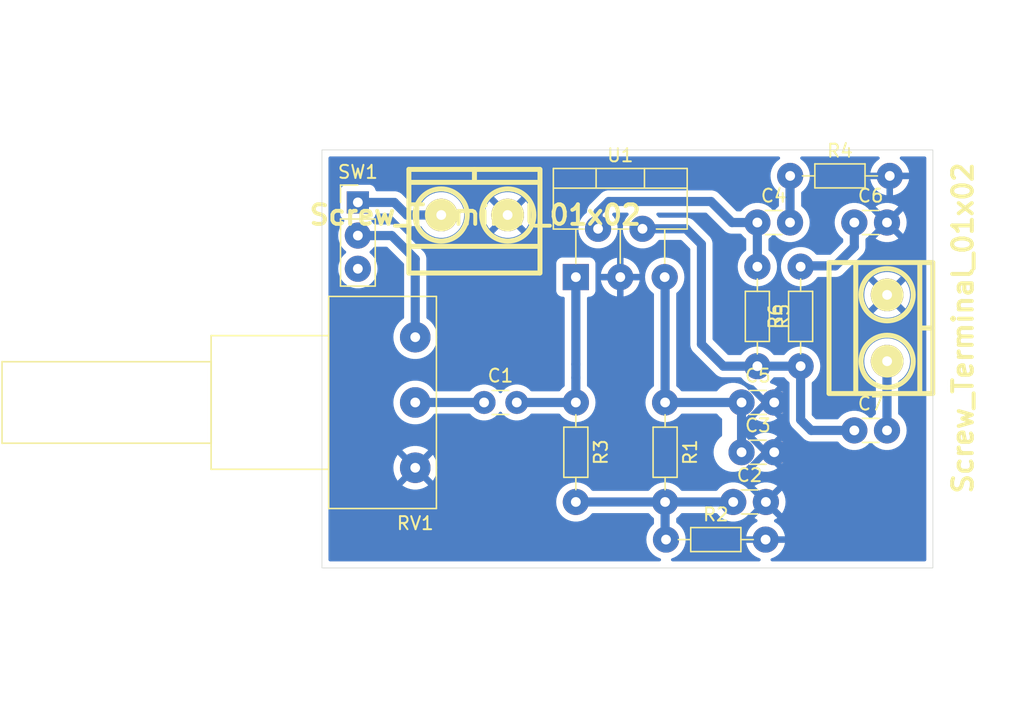
<source format=kicad_pcb>
(kicad_pcb (version 20240108) (generator "pcbnew") (generator_version "8.0")
  (layers (0 "F.Cu" signal) (31 "B.Cu" signal) (34 "B.Paste" user) (35 "F.Paste" user) (36 "B.SilkS" user "B.Silkscreen") (37 "F.SilkS" user "F.Silkscreen") (38 "B.Mask" user) (39 "F.Mask" user) (44 "Edge.Cuts" user))
  (net 0 "")
  (net 1 "Net-(U1-+)")
  (net 2 "Net-(C1-Pad1)")
  (net 3 "GND")
  (net 4 "Net-(C2-Pad1)")
  (net 5 "VCC")
  (net 6 "Net-(U1--)")
  (net 7 "Net-(C4-Pad2)")
  (net 8 "Net-(C6-Pad1)")
  (net 9 "Net-(J2-Pin_1)")
  (net 10 "Net-(C7-Pad1)")
  (net 11 "Net-(J3-Pin_2)")
  (net 12 "Net-(SW1A-B)")
  (footprint "Package_TO_SOT_THT:TO-220-5_P3.4x3.7mm_StaggerOdd_Lead3.8mm_Vertical" (layer "F.Cu") (at 156.37 94.63)
    (property "Reference" "U1" (at 3.4 -9.32 0) (layer "F.SilkS"))
    (property "Value" "TDA2050")
    (fp_line (start -1.721 -8.32) (end -1.721 -3.679) (stroke (width 0.12)) (layer "F.SilkS"))
    (fp_line (start -1.721 -8.32) (end 8.52 -8.32) (stroke (width 0.12)) (layer "F.SilkS"))
    (fp_line (start -1.721 -6.811) (end 8.52 -6.811) (stroke (width 0.12)) (layer "F.SilkS"))
    (fp_line (start -1.721 -3.679) (end 0.635 -3.679) (stroke (width 0.12)) (layer "F.SilkS"))
    (fp_line (start 0 -3.679) (end 0 -1.049) (stroke (width 0.12)) (layer "F.SilkS"))
    (fp_line (start 1.55 -8.32) (end 1.55 -6.811) (stroke (width 0.12)) (layer "F.SilkS"))
    (fp_line (start 2.765 -3.679) (end 4.035 -3.679) (stroke (width 0.12)) (layer "F.SilkS"))
    (fp_line (start 3.4 -3.679) (end 3.4 -1.065) (stroke (width 0.12)) (layer "F.SilkS"))
    (fp_line (start 5.25 -8.32) (end 5.25 -6.811) (stroke (width 0.12)) (layer "F.SilkS"))
    (fp_line (start 6.165 -3.679) (end 8.52 -3.679) (stroke (width 0.12)) (layer "F.SilkS"))
    (fp_line (start 6.8 -3.679) (end 6.8 -1.065) (stroke (width 0.12)) (layer "F.SilkS"))
    (fp_line (start 8.52 -8.32) (end 8.52 -3.679) (stroke (width 0.12)) (layer "F.SilkS"))
    (pad "1" thru_hole rect (at 0 0) (size 2 2) (drill 0.75) (layers "*.Cu" "*.Mask") (net 1 "Net-(U1-+)"))
    (pad "2" thru_hole oval (at 1.7 -3.7) (size 2 2) (drill 0.75) (layers "*.Cu" "*.Mask") (net 6 "Net-(U1--)"))
    (pad "3" thru_hole oval (at 3.4 0) (size 2 2) (drill 0.75) (layers "*.Cu" "*.Mask") (net 3 "GND"))
    (pad "4" thru_hole oval (at 5.1 -3.7) (size 2 2) (drill 0.75) (layers "*.Cu" "*.Mask") (net 10 "Net-(C7-Pad1)"))
    (pad "5" thru_hole oval (at 6.8 0) (size 2 2) (drill 0.75) (layers "*.Cu" "*.Mask") (net 5 "VCC"))
  )
  (footprint "Resistor_THT:R_Axial_DIN0204_L3.6mm_D1.6mm_P7.62mm_Horizontal" (layer "F.Cu") (at 156.37 104.23 -90)
    (property "Reference" "R3" (at 3.81 -1.92 90) (layer "F.SilkS"))
    (property "Value" "22K")
    (fp_line (start 1.89 0.92) (end 5.73 0.92) (stroke (width 0.12)) (layer "F.SilkS"))
    (fp_line (start 5.73 0.92) (end 5.73 -0.92) (stroke (width 0.12)) (layer "F.SilkS"))
    (fp_line (start 0.94 0) (end 1.89 0) (stroke (width 0.12)) (layer "F.SilkS"))
    (fp_line (start 6.68 0) (end 5.73 0) (stroke (width 0.12)) (layer "F.SilkS"))
    (fp_line (start 1.89 -0.92) (end 1.89 0.92) (stroke (width 0.12)) (layer "F.SilkS"))
    (fp_line (start 5.73 -0.92) (end 1.89 -0.92) (stroke (width 0.12)) (layer "F.SilkS"))
    (pad "1" thru_hole circle (at 0 0 270) (size 2 2) (drill 0.75) (layers "*.Cu" "*.Mask") (net 1 "Net-(U1-+)"))
    (pad "2" thru_hole oval (at 7.62 0 270) (size 2 2) (drill 0.75) (layers "*.Cu" "*.Mask") (net 4 "Net-(C2-Pad1)"))
  )
  (footprint "EESTN5:BORNERA2_AZUL" (layer "F.Cu") (at 180.19 98.53 90)
    (property "Reference" "J2" (hide yes))
    (property "Value" "Screw_Terminal_01x02" (at 0 5.8 90) (layer "F.SilkS") (effects (font (size 1.5 1.5) (thickness 0.3))))
    (fp_line (start 5.0165 -4.445) (end -4.9835 -4.445) (stroke (width 0.381)) (layer "F.SilkS"))
    (fp_line (start -5.0165 -4.445) (end -5.0165 3.4925) (stroke (width 0.381)) (layer "F.SilkS"))
    (fp_line (start -5 -2.4) (end 5 -2.4) (stroke (width 0.381)) (layer "F.SilkS"))
    (fp_line (start -5 2.5) (end 5 2.5) (stroke (width 0.381)) (layer "F.SilkS"))
    (fp_line (start 0 2.54) (end 0 3.4845) (stroke (width 0.381)) (layer "F.SilkS"))
    (fp_line (start 5.0165 3.4925) (end 5.0165 -4.445) (stroke (width 0.381)) (layer "F.SilkS"))
    (fp_line (start -4.9835 3.4925) (end 5.0165 3.4925) (stroke (width 0.381)) (layer "F.SilkS"))
    (fp_circle (center 2.55 0) (end 0.55 0) (stroke (width 0.381)) (fill none) (layer "F.SilkS"))
    (fp_circle (center -2.55 0) (end -0.55 0) (stroke (width 0.381)) (fill none) (layer "F.SilkS"))
    (pad "1" thru_hole circle (at -2.54 0 90) (size 2.5 2.5) (drill 0.75) (layers "*.Cu" "*.Mask" "F.SilkS") (net 9 "Net-(J2-Pin_1)"))
    (pad "2" thru_hole circle (at 2.54 0 90) (size 2.5 2.5) (drill 0.75) (layers "*.Cu" "*.Mask" "F.SilkS") (net 3 "GND"))
  )
  (footprint "Capacitor_THT:C_Disc_D3.0mm_W1.6mm_P2.50mm" (layer "F.Cu") (at 169.05 104.23)
    (property "Reference" "C5" (at 1.25 -2.05 0) (layer "F.SilkS"))
    (property "Value" "100nF")
    (fp_line (start 0.621 -0.92) (end 1.879 -0.92) (stroke (width 0.12)) (layer "F.SilkS"))
    (fp_line (start 0.621 0.92) (end 1.879 0.92) (stroke (width 0.12)) (layer "F.SilkS"))
    (pad "1" thru_hole circle (at 0 0) (size 2 2) (drill 0.75) (layers "*.Cu" "*.Mask") (net 5 "VCC"))
    (pad "2" thru_hole circle (at 2.5 0) (size 2 2) (drill 0.75) (layers "*.Cu" "*.Mask") (net 3 "GND"))
  )
  (footprint "Capacitor_THT:C_Disc_D3.0mm_W1.6mm_P2.50mm" (layer "F.Cu") (at 177.68 90.45)
    (property "Reference" "C6" (at 1.25 -2.05 0) (layer "F.SilkS"))
    (property "Value" "0.47uF")
    (fp_line (start 0.621 -0.92) (end 1.879 -0.92) (stroke (width 0.12)) (layer "F.SilkS"))
    (fp_line (start 0.621 0.92) (end 1.879 0.92) (stroke (width 0.12)) (layer "F.SilkS"))
    (pad "1" thru_hole circle (at 0 0) (size 2 2) (drill 0.75) (layers "*.Cu" "*.Mask") (net 8 "Net-(C6-Pad1)"))
    (pad "2" thru_hole circle (at 2.5 0) (size 2 2) (drill 0.75) (layers "*.Cu" "*.Mask") (net 3 "GND"))
  )
  (footprint "Resistor_THT:R_Axial_DIN0204_L3.6mm_D1.6mm_P7.62mm_Horizontal" (layer "F.Cu") (at 170.26 93.83 -90)
    (property "Reference" "R5" (at 3.81 -1.92 90) (layer "F.SilkS"))
    (property "Value" "22K")
    (fp_line (start 1.89 0.92) (end 5.73 0.92) (stroke (width 0.12)) (layer "F.SilkS"))
    (fp_line (start 5.73 0.92) (end 5.73 -0.92) (stroke (width 0.12)) (layer "F.SilkS"))
    (fp_line (start 0.94 0) (end 1.89 0) (stroke (width 0.12)) (layer "F.SilkS"))
    (fp_line (start 6.68 0) (end 5.73 0) (stroke (width 0.12)) (layer "F.SilkS"))
    (fp_line (start 1.89 -0.92) (end 1.89 0.92) (stroke (width 0.12)) (layer "F.SilkS"))
    (fp_line (start 5.73 -0.92) (end 1.89 -0.92) (stroke (width 0.12)) (layer "F.SilkS"))
    (pad "1" thru_hole circle (at 0 0 270) (size 2 2) (drill 0.75) (layers "*.Cu" "*.Mask") (net 6 "Net-(U1--)"))
    (pad "2" thru_hole oval (at 7.62 0 270) (size 2 2) (drill 0.75) (layers "*.Cu" "*.Mask") (net 10 "Net-(C7-Pad1)"))
  )
  (footprint "Resistor_THT:R_Axial_DIN0204_L3.6mm_D1.6mm_P7.62mm_Horizontal" (layer "F.Cu") (at 163.27 114.73)
    (property "Reference" "R2" (at 3.81 -1.92 0) (layer "F.SilkS"))
    (property "Value" "22K")
    (fp_line (start 0.94 0) (end 1.89 0) (stroke (width 0.12)) (layer "F.SilkS"))
    (fp_line (start 1.89 -0.92) (end 1.89 0.92) (stroke (width 0.12)) (layer "F.SilkS"))
    (fp_line (start 1.89 0.92) (end 5.73 0.92) (stroke (width 0.12)) (layer "F.SilkS"))
    (fp_line (start 5.73 -0.92) (end 1.89 -0.92) (stroke (width 0.12)) (layer "F.SilkS"))
    (fp_line (start 5.73 0.92) (end 5.73 -0.92) (stroke (width 0.12)) (layer "F.SilkS"))
    (fp_line (start 6.68 0) (end 5.73 0) (stroke (width 0.12)) (layer "F.SilkS"))
    (pad "1" thru_hole circle (at 0 0) (size 2 2) (drill 0.75) (layers "*.Cu" "*.Mask") (net 4 "Net-(C2-Pad1)"))
    (pad "2" thru_hole oval (at 7.62 0) (size 2 2) (drill 0.75) (layers "*.Cu" "*.Mask") (net 3 "GND"))
  )
  (footprint "Capacitor_THT:C_Disc_D3.0mm_W1.6mm_P2.50mm" (layer "F.Cu") (at 170.26 90.45)
    (property "Reference" "C4" (at 1.25 -2.05 0) (layer "F.SilkS"))
    (property "Value" "22uF")
    (fp_line (start 0.621 -0.92) (end 1.879 -0.92) (stroke (width 0.12)) (layer "F.SilkS"))
    (fp_line (start 0.621 0.92) (end 1.879 0.92) (stroke (width 0.12)) (layer "F.SilkS"))
    (pad "1" thru_hole circle (at 0 0) (size 2 2) (drill 0.75) (layers "*.Cu" "*.Mask") (net 6 "Net-(U1--)"))
    (pad "2" thru_hole circle (at 2.5 0) (size 2 2) (drill 0.75) (layers "*.Cu" "*.Mask") (net 7 "Net-(C4-Pad2)"))
  )
  (footprint "Connector_PinHeader_2.54mm:PinHeader_1x03_P2.54mm_Vertical" (layer "F.Cu") (at 139.69 88.91)
    (property "Reference" "SW1" (at 0 -2.33 0) (layer "F.SilkS"))
    (property "Value" "SW_DPST_x2")
    (fp_line (start -1.33 -1.33) (end 0 -1.33) (stroke (width 0.12)) (layer "F.SilkS"))
    (fp_line (start -1.33 0) (end -1.33 -1.33) (stroke (width 0.12)) (layer "F.SilkS"))
    (fp_line (start -1.33 1.27) (end -1.33 6.41) (stroke (width 0.12)) (layer "F.SilkS"))
    (fp_line (start -1.33 1.27) (end 1.33 1.27) (stroke (width 0.12)) (layer "F.SilkS"))
    (fp_line (start -1.33 6.41) (end 1.33 6.41) (stroke (width 0.12)) (layer "F.SilkS"))
    (fp_line (start 1.33 1.27) (end 1.33 6.41) (stroke (width 0.12)) (layer "F.SilkS"))
    (pad "1" thru_hole rect (at 0 0) (size 1.7 1.7) (drill 0.75) (layers "*.Cu" "*.Mask") (net 11 "Net-(J3-Pin_2)"))
    (pad "2" thru_hole oval (at 0 2.54) (size 2 2) (drill 0.75) (layers "*.Cu" "*.Mask") (net 12 "Net-(SW1A-B)"))
    (pad "3" thru_hole oval (at 0 5.08) (size 2 2) (drill 0.75) (layers "*.Cu" "*.Mask"))
  )
  (footprint "Capacitor_THT:C_Disc_D3.0mm_W1.6mm_P2.50mm" (layer "F.Cu") (at 169.05 108.04)
    (property "Reference" "C3" (at 1.25 -2.05 0) (layer "F.SilkS"))
    (property "Value" "1000uF")
    (fp_line (start 0.621 -0.92) (end 1.879 -0.92) (stroke (width 0.12)) (layer "F.SilkS"))
    (fp_line (start 0.621 0.92) (end 1.879 0.92) (stroke (width 0.12)) (layer "F.SilkS"))
    (pad "1" thru_hole circle (at 0 0) (size 2 2) (drill 0.75) (layers "*.Cu" "*.Mask") (net 5 "VCC"))
    (pad "2" thru_hole circle (at 2.5 0) (size 2 2) (drill 0.75) (layers "*.Cu" "*.Mask") (net 3 "GND"))
  )
  (footprint "Resistor_THT:R_Axial_DIN0204_L3.6mm_D1.6mm_P7.62mm_Horizontal" (layer "F.Cu") (at 173.57 101.45 90)
    (property "Reference" "R6" (at 3.81 -1.92 90) (layer "F.SilkS"))
    (property "Value" "2.2")
    (fp_line (start 5.73 -0.92) (end 1.89 -0.92) (stroke (width 0.12)) (layer "F.SilkS"))
    (fp_line (start 1.89 -0.92) (end 1.89 0.92) (stroke (width 0.12)) (layer "F.SilkS"))
    (fp_line (start 6.68 0) (end 5.73 0) (stroke (width 0.12)) (layer "F.SilkS"))
    (fp_line (start 0.94 0) (end 1.89 0) (stroke (width 0.12)) (layer "F.SilkS"))
    (fp_line (start 5.73 0.92) (end 5.73 -0.92) (stroke (width 0.12)) (layer "F.SilkS"))
    (fp_line (start 1.89 0.92) (end 5.73 0.92) (stroke (width 0.12)) (layer "F.SilkS"))
    (pad "1" thru_hole circle (at 0 0 90) (size 2 2) (drill 0.75) (layers "*.Cu" "*.Mask") (net 10 "Net-(C7-Pad1)"))
    (pad "2" thru_hole oval (at 7.62 0 90) (size 2 2) (drill 0.75) (layers "*.Cu" "*.Mask") (net 8 "Net-(C6-Pad1)"))
  )
  (footprint "EESTN5:BORNERA2_AZUL" (layer "F.Cu") (at 148.61 89.87375 180)
    (property "Reference" "J3" (hide yes))
    (property "Value" "Screw_Terminal_01x02" (at -0.06 0 0) (layer "F.SilkS") (effects (font (size 1.5 1.5) (thickness 0.3))))
    (fp_line (start 5.0165 3.4925) (end 5.0165 -4.445) (stroke (width 0.381)) (layer "F.SilkS"))
    (fp_line (start 5.0165 -4.445) (end -4.9835 -4.445) (stroke (width 0.381)) (layer "F.SilkS"))
    (fp_line (start 0 2.54) (end 0 3.4845) (stroke (width 0.381)) (layer "F.SilkS"))
    (fp_line (start -4.9835 3.4925) (end 5.0165 3.4925) (stroke (width 0.381)) (layer "F.SilkS"))
    (fp_line (start -5 2.5) (end 5 2.5) (stroke (width 0.381)) (layer "F.SilkS"))
    (fp_line (start -5 -2.4) (end 5 -2.4) (stroke (width 0.381)) (layer "F.SilkS"))
    (fp_line (start -5.0165 -4.445) (end -5.0165 3.4925) (stroke (width 0.381)) (layer "F.SilkS"))
    (fp_circle (center 2.55 0) (end 0.55 0) (stroke (width 0.381)) (fill none) (layer "F.SilkS"))
    (fp_circle (center -2.55 0) (end -0.55 0) (stroke (width 0.381)) (fill none) (layer "F.SilkS"))
    (pad "1" thru_hole circle (at -2.54 0 180) (size 2.5 2.5) (drill 0.75) (layers "*.Cu" "*.Mask" "F.SilkS") (net 3 "GND"))
    (pad "2" thru_hole circle (at 2.54 0 180) (size 2.5 2.5) (drill 0.75) (layers "*.Cu" "*.Mask" "F.SilkS") (net 11 "Net-(J3-Pin_2)"))
  )
  (footprint "Capacitor_THT:C_Disc_D3.0mm_W1.6mm_P2.50mm" (layer "F.Cu") (at 149.35 104.23)
    (property "Reference" "C1" (at 1.25 -2.05 0) (layer "F.SilkS"))
    (property "Value" "2.2uF")
    (fp_line (start 0.621 -0.92) (end 1.879 -0.92) (stroke (width 0.12)) (layer "F.SilkS"))
    (fp_line (start 0.621 0.92) (end 1.879 0.92) (stroke (width 0.12)) (layer "F.SilkS"))
    (pad "1" thru_hole circle (at 0 0) (size 1.75 1.75) (drill 0.75) (layers "*.Cu" "*.Mask") (net 2 "Net-(C1-Pad1)"))
    (pad "2" thru_hole circle (at 2.5 0) (size 1.75 1.75) (drill 0.75) (layers "*.Cu" "*.Mask") (net 1 "Net-(U1-+)"))
  )
  (footprint "Capacitor_THT:C_Disc_D3.0mm_W1.6mm_P2.50mm" (layer "F.Cu") (at 177.68 106.37)
    (property "Reference" "C7" (at 1.25 -2.05 0) (layer "F.SilkS"))
    (property "Value" "1000uF")
    (fp_line (start 0.621 -0.92) (end 1.879 -0.92) (stroke (width 0.12)) (layer "F.SilkS"))
    (fp_line (start 0.621 0.92) (end 1.879 0.92) (stroke (width 0.12)) (layer "F.SilkS"))
    (pad "1" thru_hole circle (at 0 0) (size 2 2) (drill 0.75) (layers "*.Cu" "*.Mask") (net 10 "Net-(C7-Pad1)"))
    (pad "2" thru_hole circle (at 2.5 0) (size 2 2) (drill 0.75) (layers "*.Cu" "*.Mask") (net 9 "Net-(J2-Pin_1)"))
  )
  (footprint "Resistor_THT:R_Axial_DIN0204_L3.6mm_D1.6mm_P7.62mm_Horizontal" (layer "F.Cu") (at 163.2 104.23 -90)
    (property "Reference" "R1" (at 3.81 -1.92 90) (layer "F.SilkS"))
    (property "Value" "22k")
    (fp_line (start 1.89 0.92) (end 5.73 0.92) (stroke (width 0.12)) (layer "F.SilkS"))
    (fp_line (start 5.73 0.92) (end 5.73 -0.92) (stroke (width 0.12)) (layer "F.SilkS"))
    (fp_line (start 0.94 0) (end 1.89 0) (stroke (width 0.12)) (layer "F.SilkS"))
    (fp_line (start 6.68 0) (end 5.73 0) (stroke (width 0.12)) (layer "F.SilkS"))
    (fp_line (start 1.89 -0.92) (end 1.89 0.92) (stroke (width 0.12)) (layer "F.SilkS"))
    (fp_line (start 5.73 -0.92) (end 1.89 -0.92) (stroke (width 0.12)) (layer "F.SilkS"))
    (pad "1" thru_hole circle (at 0 0 270) (size 2 2) (drill 0.75) (layers "*.Cu" "*.Mask") (net 5 "VCC"))
    (pad "2" thru_hole oval (at 7.62 0 270) (size 2 2) (drill 0.75) (layers "*.Cu" "*.Mask") (net 4 "Net-(C2-Pad1)"))
  )
  (footprint "Resistor_THT:R_Axial_DIN0204_L3.6mm_D1.6mm_P7.62mm_Horizontal" (layer "F.Cu") (at 172.77 86.88)
    (property "Reference" "R4" (at 3.81 -1.92 0) (layer "F.SilkS"))
    (property "Value" "600")
    (fp_line (start 0.94 0) (end 1.89 0) (stroke (width 0.12)) (layer "F.SilkS"))
    (fp_line (start 1.89 -0.92) (end 1.89 0.92) (stroke (width 0.12)) (layer "F.SilkS"))
    (fp_line (start 1.89 0.92) (end 5.73 0.92) (stroke (width 0.12)) (layer "F.SilkS"))
    (fp_line (start 5.73 -0.92) (end 1.89 -0.92) (stroke (width 0.12)) (layer "F.SilkS"))
    (fp_line (start 5.73 0.92) (end 5.73 -0.92) (stroke (width 0.12)) (layer "F.SilkS"))
    (fp_line (start 6.68 0) (end 5.73 0) (stroke (width 0.12)) (layer "F.SilkS"))
    (pad "1" thru_hole circle (at 0 0) (size 2 2) (drill 0.75) (layers "*.Cu" "*.Mask") (net 7 "Net-(C4-Pad2)"))
    (pad "2" thru_hole oval (at 7.62 0) (size 2 2) (drill 0.75) (layers "*.Cu" "*.Mask") (net 3 "GND"))
  )
  (footprint "Capacitor_THT:C_Disc_D3.0mm_W1.6mm_P2.50mm" (layer "F.Cu") (at 168.412862 111.85)
    (property "Reference" "C2" (at 1.25 -2.05 0) (layer "F.SilkS"))
    (property "Value" "100uF")
    (fp_line (start 0.621 -0.92) (end 1.879 -0.92) (stroke (width 0.12)) (layer "F.SilkS"))
    (fp_line (start 0.621 0.92) (end 1.879 0.92) (stroke (width 0.12)) (layer "F.SilkS"))
    (pad "1" thru_hole circle (at 0 0) (size 2 2) (drill 0.75) (layers "*.Cu" "*.Mask") (net 4 "Net-(C2-Pad1)"))
    (pad "2" thru_hole circle (at 2.5 0) (size 2 2) (drill 0.75) (layers "*.Cu" "*.Mask") (net 3 "GND"))
  )
  (footprint "Potentiometer_THT:Potentiometer_Piher_PC-16_Single_Horizontal" (layer "F.Cu") (at 144.08 99.23 180)
    (property "Reference" "RV1" (at 0 -14.25 180) (layer "F.SilkS"))
    (property "Value" "R_Potentiometer")
    (fp_line (start 31.62 -8.12) (end 31.62 -1.879) (stroke (width 0.12)) (layer "F.SilkS"))
    (fp_line (start 15.62 -1.879) (end 31.62 -1.879) (stroke (width 0.12)) (layer "F.SilkS"))
    (fp_line (start 15.62 -8.12) (end 31.62 -8.12) (stroke (width 0.12)) (layer "F.SilkS"))
    (fp_line (start 15.62 -8.12) (end 15.62 -1.879) (stroke (width 0.12)) (layer "F.SilkS"))
    (fp_line (start 15.62 -10.12) (end 15.62 0.12) (stroke (width 0.12)) (layer "F.SilkS"))
    (fp_line (start 6.62 0.12) (end 15.62 0.12) (stroke (width 0.12)) (layer "F.SilkS"))
    (fp_line (start 6.62 -10.12) (end 15.62 -10.12) (stroke (width 0.12)) (layer "F.SilkS"))
    (fp_line (start 6.62 -10.12) (end 6.62 0.12) (stroke (width 0.12)) (layer "F.SilkS"))
    (fp_line (start 6.62 -13.12) (end 6.62 3.12) (stroke (width 0.12)) (layer "F.SilkS"))
    (fp_line (start -1.62 3.12) (end 6.62 3.12) (stroke (width 0.12)) (layer "F.SilkS"))
    (fp_line (start -1.62 -13.12) (end 6.62 -13.12) (stroke (width 0.12)) (layer "F.SilkS"))
    (fp_line (start -1.62 -13.12) (end -1.62 3.12) (stroke (width 0.12)) (layer "F.SilkS"))
    (pad "1" thru_hole circle (at 0 0 180) (size 2.34 2.34) (drill 0.75) (layers "*.Cu" "*.Mask") (net 12 "Net-(SW1A-B)"))
    (pad "2" thru_hole circle (at 0 -5 180) (size 2.34 2.34) (drill 0.75) (layers "*.Cu" "*.Mask") (net 2 "Net-(C1-Pad1)"))
    (pad "3" thru_hole circle (at 0 -10 180) (size 2.34 2.34) (drill 0.75) (layers "*.Cu" "*.Mask") (net 3 "GND"))
  )
  (gr_rect (start 136.94 84.89) (end 183.69 116.9) (stroke (width 0.05)) (fill none) (layer "Edge.Cuts"))
  (segment (start 156.37 104.23) (end 156.37 102.33) (width 0.7) (layer "B.Cu") (net 1))
  (segment (start 156.44 104.21) (end 156.46 104.23) (width 0.7) (layer "B.Cu") (net 1))
  (segment (start 151.85 104.23) (end 156.37 104.23) (width 0.7) (layer "B.Cu") (net 1))
  (segment (start 156.37 101.3) (end 156.37 94.63) (width 0.7) (layer "B.Cu") (net 1))
  (segment (start 156.37 102.33) (end 156.37 101.3) (width 0.7) (layer "B.Cu") (net 1))
  (segment (start 149.35 104.23) (end 144.08 104.23) (width 0.7) (layer "B.Cu") (net 2))
  (segment (start 168.38 111.85) (end 163.2 111.85) (width 0.7) (layer "B.Cu") (net 4))
  (segment (start 163.2 111.85) (end 163.2 114.66) (width 0.7) (layer "B.Cu") (net 4))
  (segment (start 163.2 114.66) (end 163.27 114.73) (width 0.7) (layer "B.Cu") (net 4))
  (segment (start 156.37 111.85) (end 163.2 111.85) (width 0.7) (layer "B.Cu") (net 4))
  (segment (start 169.05 108.04) (end 169.05 104.23) (width 0.7) (layer "B.Cu") (net 5))
  (segment (start 163.2 94.66) (end 163.17 94.63) (width 0.7) (layer "B.Cu") (net 5))
  (segment (start 169.05 104.23) (end 163.2 104.23) (width 0.7) (layer "B.Cu") (net 5))
  (segment (start 163.2 104.23) (end 163.2 94.66) (width 0.7) (layer "B.Cu") (net 5))
  (segment (start 158.07 89.66) (end 158.89 88.84) (width 0.7) (layer "B.Cu") (net 6))
  (segment (start 158.07 90.93) (end 158.07 89.66) (width 0.7) (layer "B.Cu") (net 6))
  (segment (start 168.32 90.45) (end 170.26 90.45) (width 0.7) (layer "B.Cu") (net 6))
  (segment (start 166.71 88.84) (end 168.32 90.45) (width 0.7) (layer "B.Cu") (net 6))
  (segment (start 170.26 93.83) (end 170.26 90.45) (width 0.7) (layer "B.Cu") (net 6))
  (segment (start 158.89 88.84) (end 166.71 88.84) (width 0.7) (layer "B.Cu") (net 6))
  (segment (start 172.76 90.45) (end 172.76 86.89) (width 0.7) (layer "B.Cu") (net 7))
  (segment (start 172.76 86.89) (end 172.77 86.88) (width 0.7) (layer "B.Cu") (net 7))
  (segment (start 177.68 90.45) (end 177.68 92.31) (width 0.7) (layer "B.Cu") (net 8))
  (segment (start 176.22 93.77) (end 177.52 92.47) (width 0.7) (layer "B.Cu") (net 8))
  (segment (start 173.57 93.83) (end 173.63 93.77) (width 0.7) (layer "B.Cu") (net 8))
  (segment (start 177.68 92.31) (end 177.52 92.47) (width 0.7) (layer "B.Cu") (net 8))
  (segment (start 173.63 93.77) (end 176.22 93.77) (width 0.7) (layer "B.Cu") (net 8))
  (segment (start 180.18 101.08) (end 180.19 101.07) (width 0.7) (layer "B.Cu") (net 9))
  (segment (start 180.18 106.37) (end 180.18 101.08) (width 0.7) (layer "B.Cu") (net 9))
  (segment (start 173.57 105.56) (end 173.815 105.805) (width 0.7) (layer "B.Cu") (net 10))
  (segment (start 173.815 105.805) (end 174.38 106.37) (width 0.7) (layer "B.Cu") (net 10))
  (segment (start 174.38 106.37) (end 177.68 106.37) (width 0.7) (layer "B.Cu") (net 10))
  (segment (start 167.66 101.45) (end 170.26 101.45) (width 0.7) (layer "B.Cu") (net 10))
  (segment (start 165.98 99.77) (end 167.66 101.45) (width 0.7) (layer "B.Cu") (net 10))
  (segment (start 164.8 90.93) (end 165.98 92.11) (width 0.7) (layer "B.Cu") (net 10))
  (segment (start 173.57 101.45) (end 173.57 105.56) (width 0.7) (layer "B.Cu") (net 10))
  (segment (start 165.98 92.11) (end 165.98 99.77) (width 0.7) (layer "B.Cu") (net 10))
  (segment (start 173.57 101.45) (end 170.26 101.45) (width 0.7) (layer "B.Cu") (net 10))
  (segment (start 161.47 90.93) (end 164.8 90.93) (width 0.7) (layer "B.Cu") (net 10))
  (segment (start 143.44375 89.87375) (end 142.48 88.91) (width 0.7) (layer "B.Cu") (net 11))
  (segment (start 142.48 88.91) (end 139.69 88.91) (width 0.7) (layer "B.Cu") (net 11))
  (segment (start 146.07 89.87375) (end 143.44375 89.87375) (width 0.7) (layer "B.Cu") (net 11))
  (segment (start 142.28 91.45) (end 144.08 93.25) (width 0.7) (layer "B.Cu") (net 12))
  (segment (start 139.69 91.45) (end 142.28 91.45) (width 0.7) (layer "B.Cu") (net 12))
  (segment (start 144.08 93.25) (end 144.08 99.23) (width 0.7) (layer "B.Cu") (net 12))
  (zone (net 3) (net_name "GND") (layer "B.Cu") (connect_pads (clearance 0.5)) (min_thickness 0.25) (fill yes (thermal_gap 0.5) (thermal_bridge_width 0.5))
    (polygon (pts (xy 125.85 73.41) (xy 190.67 73.52) (xy 189.87 127.35) (xy 125.99 127.05) (xy 125.99 87.7)))
  )
)
</source>
